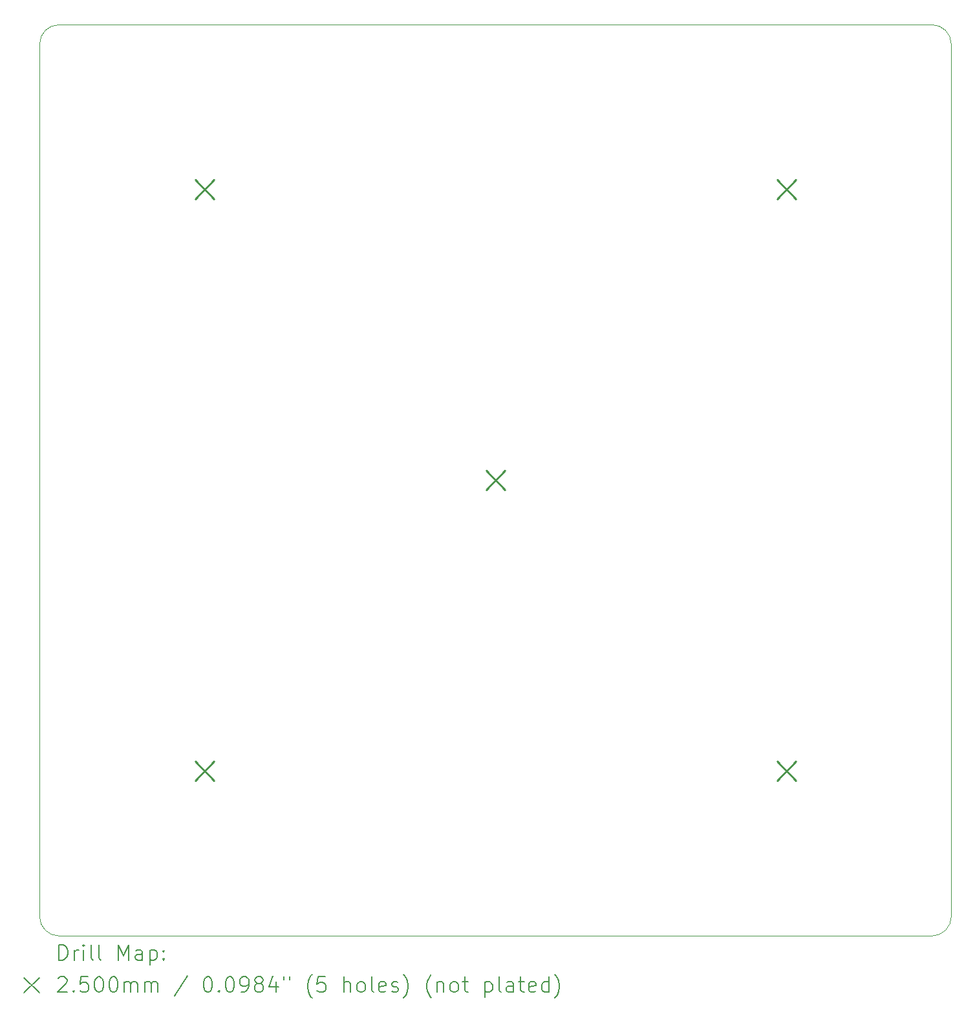
<source format=gbr>
%FSLAX45Y45*%
G04 Gerber Fmt 4.5, Leading zero omitted, Abs format (unit mm)*
G04 Created by KiCad (PCBNEW (6.0.5-0)) date 2022-06-21 10:58:09*
%MOMM*%
%LPD*%
G01*
G04 APERTURE LIST*
%TA.AperFunction,Profile*%
%ADD10C,0.100000*%
%TD*%
%ADD11C,0.200000*%
%ADD12C,0.250000*%
G04 APERTURE END LIST*
D10*
X-5969000Y-5715000D02*
X-5969000Y5715000D01*
X-5715000Y5969000D02*
X5715000Y5969000D01*
X5715000Y-5969000D02*
X-5715000Y-5969000D01*
X-5715000Y5969000D02*
G75*
G03*
X-5969000Y5715000I0J-254000D01*
G01*
X5715000Y-5969000D02*
G75*
G03*
X5969000Y-5715000I0J254000D01*
G01*
X5969000Y5715000D02*
G75*
G03*
X5715000Y5969000I-254000J0D01*
G01*
X5969000Y5715000D02*
X5969000Y-5715000D01*
X-5969000Y-5715000D02*
G75*
G03*
X-5715000Y-5969000I254000J0D01*
G01*
D11*
D12*
X-3935000Y3935000D02*
X-3685000Y3685000D01*
X-3685000Y3935000D02*
X-3935000Y3685000D01*
X-3935000Y-3685000D02*
X-3685000Y-3935000D01*
X-3685000Y-3685000D02*
X-3935000Y-3935000D01*
X-125000Y125000D02*
X125000Y-125000D01*
X125000Y125000D02*
X-125000Y-125000D01*
X3685000Y3935000D02*
X3935000Y3685000D01*
X3935000Y3935000D02*
X3685000Y3685000D01*
X3685000Y-3685000D02*
X3935000Y-3935000D01*
X3935000Y-3685000D02*
X3685000Y-3935000D01*
D11*
X-5716381Y-6284476D02*
X-5716381Y-6084476D01*
X-5668762Y-6084476D01*
X-5640190Y-6094000D01*
X-5621143Y-6113048D01*
X-5611619Y-6132095D01*
X-5602095Y-6170190D01*
X-5602095Y-6198762D01*
X-5611619Y-6236857D01*
X-5621143Y-6255905D01*
X-5640190Y-6274952D01*
X-5668762Y-6284476D01*
X-5716381Y-6284476D01*
X-5516381Y-6284476D02*
X-5516381Y-6151143D01*
X-5516381Y-6189238D02*
X-5506857Y-6170190D01*
X-5497333Y-6160667D01*
X-5478286Y-6151143D01*
X-5459238Y-6151143D01*
X-5392572Y-6284476D02*
X-5392572Y-6151143D01*
X-5392572Y-6084476D02*
X-5402095Y-6094000D01*
X-5392572Y-6103524D01*
X-5383048Y-6094000D01*
X-5392572Y-6084476D01*
X-5392572Y-6103524D01*
X-5268762Y-6284476D02*
X-5287810Y-6274952D01*
X-5297333Y-6255905D01*
X-5297333Y-6084476D01*
X-5164000Y-6284476D02*
X-5183048Y-6274952D01*
X-5192572Y-6255905D01*
X-5192572Y-6084476D01*
X-4935429Y-6284476D02*
X-4935429Y-6084476D01*
X-4868762Y-6227333D01*
X-4802095Y-6084476D01*
X-4802095Y-6284476D01*
X-4621143Y-6284476D02*
X-4621143Y-6179714D01*
X-4630667Y-6160667D01*
X-4649714Y-6151143D01*
X-4687810Y-6151143D01*
X-4706857Y-6160667D01*
X-4621143Y-6274952D02*
X-4640191Y-6284476D01*
X-4687810Y-6284476D01*
X-4706857Y-6274952D01*
X-4716381Y-6255905D01*
X-4716381Y-6236857D01*
X-4706857Y-6217809D01*
X-4687810Y-6208286D01*
X-4640191Y-6208286D01*
X-4621143Y-6198762D01*
X-4525905Y-6151143D02*
X-4525905Y-6351143D01*
X-4525905Y-6160667D02*
X-4506857Y-6151143D01*
X-4468762Y-6151143D01*
X-4449714Y-6160667D01*
X-4440191Y-6170190D01*
X-4430667Y-6189238D01*
X-4430667Y-6246381D01*
X-4440191Y-6265428D01*
X-4449714Y-6274952D01*
X-4468762Y-6284476D01*
X-4506857Y-6284476D01*
X-4525905Y-6274952D01*
X-4344952Y-6265428D02*
X-4335429Y-6274952D01*
X-4344952Y-6284476D01*
X-4354476Y-6274952D01*
X-4344952Y-6265428D01*
X-4344952Y-6284476D01*
X-4344952Y-6160667D02*
X-4335429Y-6170190D01*
X-4344952Y-6179714D01*
X-4354476Y-6170190D01*
X-4344952Y-6160667D01*
X-4344952Y-6179714D01*
X-6174000Y-6514000D02*
X-5974000Y-6714000D01*
X-5974000Y-6514000D02*
X-6174000Y-6714000D01*
X-5725905Y-6523524D02*
X-5716381Y-6514000D01*
X-5697333Y-6504476D01*
X-5649714Y-6504476D01*
X-5630667Y-6514000D01*
X-5621143Y-6523524D01*
X-5611619Y-6542571D01*
X-5611619Y-6561619D01*
X-5621143Y-6590190D01*
X-5735429Y-6704476D01*
X-5611619Y-6704476D01*
X-5525905Y-6685428D02*
X-5516381Y-6694952D01*
X-5525905Y-6704476D01*
X-5535429Y-6694952D01*
X-5525905Y-6685428D01*
X-5525905Y-6704476D01*
X-5335429Y-6504476D02*
X-5430667Y-6504476D01*
X-5440191Y-6599714D01*
X-5430667Y-6590190D01*
X-5411619Y-6580667D01*
X-5364000Y-6580667D01*
X-5344952Y-6590190D01*
X-5335429Y-6599714D01*
X-5325905Y-6618762D01*
X-5325905Y-6666381D01*
X-5335429Y-6685428D01*
X-5344952Y-6694952D01*
X-5364000Y-6704476D01*
X-5411619Y-6704476D01*
X-5430667Y-6694952D01*
X-5440191Y-6685428D01*
X-5202095Y-6504476D02*
X-5183048Y-6504476D01*
X-5164000Y-6514000D01*
X-5154476Y-6523524D01*
X-5144952Y-6542571D01*
X-5135429Y-6580667D01*
X-5135429Y-6628286D01*
X-5144952Y-6666381D01*
X-5154476Y-6685428D01*
X-5164000Y-6694952D01*
X-5183048Y-6704476D01*
X-5202095Y-6704476D01*
X-5221143Y-6694952D01*
X-5230667Y-6685428D01*
X-5240191Y-6666381D01*
X-5249714Y-6628286D01*
X-5249714Y-6580667D01*
X-5240191Y-6542571D01*
X-5230667Y-6523524D01*
X-5221143Y-6514000D01*
X-5202095Y-6504476D01*
X-5011619Y-6504476D02*
X-4992572Y-6504476D01*
X-4973524Y-6514000D01*
X-4964000Y-6523524D01*
X-4954476Y-6542571D01*
X-4944952Y-6580667D01*
X-4944952Y-6628286D01*
X-4954476Y-6666381D01*
X-4964000Y-6685428D01*
X-4973524Y-6694952D01*
X-4992572Y-6704476D01*
X-5011619Y-6704476D01*
X-5030667Y-6694952D01*
X-5040191Y-6685428D01*
X-5049714Y-6666381D01*
X-5059238Y-6628286D01*
X-5059238Y-6580667D01*
X-5049714Y-6542571D01*
X-5040191Y-6523524D01*
X-5030667Y-6514000D01*
X-5011619Y-6504476D01*
X-4859238Y-6704476D02*
X-4859238Y-6571143D01*
X-4859238Y-6590190D02*
X-4849714Y-6580667D01*
X-4830667Y-6571143D01*
X-4802095Y-6571143D01*
X-4783048Y-6580667D01*
X-4773524Y-6599714D01*
X-4773524Y-6704476D01*
X-4773524Y-6599714D02*
X-4764000Y-6580667D01*
X-4744952Y-6571143D01*
X-4716381Y-6571143D01*
X-4697333Y-6580667D01*
X-4687810Y-6599714D01*
X-4687810Y-6704476D01*
X-4592572Y-6704476D02*
X-4592572Y-6571143D01*
X-4592572Y-6590190D02*
X-4583048Y-6580667D01*
X-4564000Y-6571143D01*
X-4535429Y-6571143D01*
X-4516381Y-6580667D01*
X-4506857Y-6599714D01*
X-4506857Y-6704476D01*
X-4506857Y-6599714D02*
X-4497333Y-6580667D01*
X-4478286Y-6571143D01*
X-4449714Y-6571143D01*
X-4430667Y-6580667D01*
X-4421143Y-6599714D01*
X-4421143Y-6704476D01*
X-4030667Y-6494952D02*
X-4202095Y-6752095D01*
X-3773524Y-6504476D02*
X-3754476Y-6504476D01*
X-3735429Y-6514000D01*
X-3725905Y-6523524D01*
X-3716381Y-6542571D01*
X-3706857Y-6580667D01*
X-3706857Y-6628286D01*
X-3716381Y-6666381D01*
X-3725905Y-6685428D01*
X-3735429Y-6694952D01*
X-3754476Y-6704476D01*
X-3773524Y-6704476D01*
X-3792571Y-6694952D01*
X-3802095Y-6685428D01*
X-3811619Y-6666381D01*
X-3821143Y-6628286D01*
X-3821143Y-6580667D01*
X-3811619Y-6542571D01*
X-3802095Y-6523524D01*
X-3792571Y-6514000D01*
X-3773524Y-6504476D01*
X-3621143Y-6685428D02*
X-3611619Y-6694952D01*
X-3621143Y-6704476D01*
X-3630667Y-6694952D01*
X-3621143Y-6685428D01*
X-3621143Y-6704476D01*
X-3487810Y-6504476D02*
X-3468762Y-6504476D01*
X-3449714Y-6514000D01*
X-3440190Y-6523524D01*
X-3430667Y-6542571D01*
X-3421143Y-6580667D01*
X-3421143Y-6628286D01*
X-3430667Y-6666381D01*
X-3440190Y-6685428D01*
X-3449714Y-6694952D01*
X-3468762Y-6704476D01*
X-3487810Y-6704476D01*
X-3506857Y-6694952D01*
X-3516381Y-6685428D01*
X-3525905Y-6666381D01*
X-3535429Y-6628286D01*
X-3535429Y-6580667D01*
X-3525905Y-6542571D01*
X-3516381Y-6523524D01*
X-3506857Y-6514000D01*
X-3487810Y-6504476D01*
X-3325905Y-6704476D02*
X-3287810Y-6704476D01*
X-3268762Y-6694952D01*
X-3259238Y-6685428D01*
X-3240190Y-6656857D01*
X-3230667Y-6618762D01*
X-3230667Y-6542571D01*
X-3240190Y-6523524D01*
X-3249714Y-6514000D01*
X-3268762Y-6504476D01*
X-3306857Y-6504476D01*
X-3325905Y-6514000D01*
X-3335429Y-6523524D01*
X-3344952Y-6542571D01*
X-3344952Y-6590190D01*
X-3335429Y-6609238D01*
X-3325905Y-6618762D01*
X-3306857Y-6628286D01*
X-3268762Y-6628286D01*
X-3249714Y-6618762D01*
X-3240190Y-6609238D01*
X-3230667Y-6590190D01*
X-3116381Y-6590190D02*
X-3135429Y-6580667D01*
X-3144952Y-6571143D01*
X-3154476Y-6552095D01*
X-3154476Y-6542571D01*
X-3144952Y-6523524D01*
X-3135429Y-6514000D01*
X-3116381Y-6504476D01*
X-3078286Y-6504476D01*
X-3059238Y-6514000D01*
X-3049714Y-6523524D01*
X-3040190Y-6542571D01*
X-3040190Y-6552095D01*
X-3049714Y-6571143D01*
X-3059238Y-6580667D01*
X-3078286Y-6590190D01*
X-3116381Y-6590190D01*
X-3135429Y-6599714D01*
X-3144952Y-6609238D01*
X-3154476Y-6628286D01*
X-3154476Y-6666381D01*
X-3144952Y-6685428D01*
X-3135429Y-6694952D01*
X-3116381Y-6704476D01*
X-3078286Y-6704476D01*
X-3059238Y-6694952D01*
X-3049714Y-6685428D01*
X-3040190Y-6666381D01*
X-3040190Y-6628286D01*
X-3049714Y-6609238D01*
X-3059238Y-6599714D01*
X-3078286Y-6590190D01*
X-2868762Y-6571143D02*
X-2868762Y-6704476D01*
X-2916381Y-6494952D02*
X-2964000Y-6637809D01*
X-2840190Y-6637809D01*
X-2773524Y-6504476D02*
X-2773524Y-6542571D01*
X-2697333Y-6504476D02*
X-2697333Y-6542571D01*
X-2402095Y-6780667D02*
X-2411619Y-6771143D01*
X-2430667Y-6742571D01*
X-2440191Y-6723524D01*
X-2449714Y-6694952D01*
X-2459238Y-6647333D01*
X-2459238Y-6609238D01*
X-2449714Y-6561619D01*
X-2440191Y-6533048D01*
X-2430667Y-6514000D01*
X-2411619Y-6485428D01*
X-2402095Y-6475905D01*
X-2230667Y-6504476D02*
X-2325905Y-6504476D01*
X-2335429Y-6599714D01*
X-2325905Y-6590190D01*
X-2306857Y-6580667D01*
X-2259238Y-6580667D01*
X-2240191Y-6590190D01*
X-2230667Y-6599714D01*
X-2221143Y-6618762D01*
X-2221143Y-6666381D01*
X-2230667Y-6685428D01*
X-2240191Y-6694952D01*
X-2259238Y-6704476D01*
X-2306857Y-6704476D01*
X-2325905Y-6694952D01*
X-2335429Y-6685428D01*
X-1983048Y-6704476D02*
X-1983048Y-6504476D01*
X-1897333Y-6704476D02*
X-1897333Y-6599714D01*
X-1906857Y-6580667D01*
X-1925905Y-6571143D01*
X-1954476Y-6571143D01*
X-1973524Y-6580667D01*
X-1983048Y-6590190D01*
X-1773524Y-6704476D02*
X-1792571Y-6694952D01*
X-1802095Y-6685428D01*
X-1811619Y-6666381D01*
X-1811619Y-6609238D01*
X-1802095Y-6590190D01*
X-1792571Y-6580667D01*
X-1773524Y-6571143D01*
X-1744952Y-6571143D01*
X-1725905Y-6580667D01*
X-1716381Y-6590190D01*
X-1706857Y-6609238D01*
X-1706857Y-6666381D01*
X-1716381Y-6685428D01*
X-1725905Y-6694952D01*
X-1744952Y-6704476D01*
X-1773524Y-6704476D01*
X-1592571Y-6704476D02*
X-1611619Y-6694952D01*
X-1621143Y-6675905D01*
X-1621143Y-6504476D01*
X-1440190Y-6694952D02*
X-1459238Y-6704476D01*
X-1497333Y-6704476D01*
X-1516381Y-6694952D01*
X-1525905Y-6675905D01*
X-1525905Y-6599714D01*
X-1516381Y-6580667D01*
X-1497333Y-6571143D01*
X-1459238Y-6571143D01*
X-1440190Y-6580667D01*
X-1430667Y-6599714D01*
X-1430667Y-6618762D01*
X-1525905Y-6637809D01*
X-1354476Y-6694952D02*
X-1335429Y-6704476D01*
X-1297333Y-6704476D01*
X-1278286Y-6694952D01*
X-1268762Y-6675905D01*
X-1268762Y-6666381D01*
X-1278286Y-6647333D01*
X-1297333Y-6637809D01*
X-1325905Y-6637809D01*
X-1344952Y-6628286D01*
X-1354476Y-6609238D01*
X-1354476Y-6599714D01*
X-1344952Y-6580667D01*
X-1325905Y-6571143D01*
X-1297333Y-6571143D01*
X-1278286Y-6580667D01*
X-1202095Y-6780667D02*
X-1192572Y-6771143D01*
X-1173524Y-6742571D01*
X-1164000Y-6723524D01*
X-1154476Y-6694952D01*
X-1144952Y-6647333D01*
X-1144952Y-6609238D01*
X-1154476Y-6561619D01*
X-1164000Y-6533048D01*
X-1173524Y-6514000D01*
X-1192572Y-6485428D01*
X-1202095Y-6475905D01*
X-840190Y-6780667D02*
X-849714Y-6771143D01*
X-868762Y-6742571D01*
X-878286Y-6723524D01*
X-887810Y-6694952D01*
X-897333Y-6647333D01*
X-897333Y-6609238D01*
X-887810Y-6561619D01*
X-878286Y-6533048D01*
X-868762Y-6514000D01*
X-849714Y-6485428D01*
X-840190Y-6475905D01*
X-764000Y-6571143D02*
X-764000Y-6704476D01*
X-764000Y-6590190D02*
X-754476Y-6580667D01*
X-735429Y-6571143D01*
X-706857Y-6571143D01*
X-687810Y-6580667D01*
X-678286Y-6599714D01*
X-678286Y-6704476D01*
X-554476Y-6704476D02*
X-573524Y-6694952D01*
X-583048Y-6685428D01*
X-592572Y-6666381D01*
X-592572Y-6609238D01*
X-583048Y-6590190D01*
X-573524Y-6580667D01*
X-554476Y-6571143D01*
X-525905Y-6571143D01*
X-506857Y-6580667D01*
X-497333Y-6590190D01*
X-487810Y-6609238D01*
X-487810Y-6666381D01*
X-497333Y-6685428D01*
X-506857Y-6694952D01*
X-525905Y-6704476D01*
X-554476Y-6704476D01*
X-430667Y-6571143D02*
X-354476Y-6571143D01*
X-402095Y-6504476D02*
X-402095Y-6675905D01*
X-392571Y-6694952D01*
X-373524Y-6704476D01*
X-354476Y-6704476D01*
X-135429Y-6571143D02*
X-135429Y-6771143D01*
X-135429Y-6580667D02*
X-116381Y-6571143D01*
X-78286Y-6571143D01*
X-59238Y-6580667D01*
X-49714Y-6590190D01*
X-40191Y-6609238D01*
X-40191Y-6666381D01*
X-49714Y-6685428D01*
X-59238Y-6694952D01*
X-78286Y-6704476D01*
X-116381Y-6704476D01*
X-135429Y-6694952D01*
X74095Y-6704476D02*
X55048Y-6694952D01*
X45524Y-6675905D01*
X45524Y-6504476D01*
X236000Y-6704476D02*
X236000Y-6599714D01*
X226476Y-6580667D01*
X207428Y-6571143D01*
X169333Y-6571143D01*
X150286Y-6580667D01*
X236000Y-6694952D02*
X216952Y-6704476D01*
X169333Y-6704476D01*
X150286Y-6694952D01*
X140762Y-6675905D01*
X140762Y-6656857D01*
X150286Y-6637809D01*
X169333Y-6628286D01*
X216952Y-6628286D01*
X236000Y-6618762D01*
X302667Y-6571143D02*
X378857Y-6571143D01*
X331238Y-6504476D02*
X331238Y-6675905D01*
X340762Y-6694952D01*
X359809Y-6704476D01*
X378857Y-6704476D01*
X521714Y-6694952D02*
X502667Y-6704476D01*
X464571Y-6704476D01*
X445524Y-6694952D01*
X436000Y-6675905D01*
X436000Y-6599714D01*
X445524Y-6580667D01*
X464571Y-6571143D01*
X502667Y-6571143D01*
X521714Y-6580667D01*
X531238Y-6599714D01*
X531238Y-6618762D01*
X436000Y-6637809D01*
X702667Y-6704476D02*
X702667Y-6504476D01*
X702667Y-6694952D02*
X683619Y-6704476D01*
X645524Y-6704476D01*
X626476Y-6694952D01*
X616952Y-6685428D01*
X607429Y-6666381D01*
X607429Y-6609238D01*
X616952Y-6590190D01*
X626476Y-6580667D01*
X645524Y-6571143D01*
X683619Y-6571143D01*
X702667Y-6580667D01*
X778857Y-6780667D02*
X788381Y-6771143D01*
X807428Y-6742571D01*
X816952Y-6723524D01*
X826476Y-6694952D01*
X836000Y-6647333D01*
X836000Y-6609238D01*
X826476Y-6561619D01*
X816952Y-6533048D01*
X807428Y-6514000D01*
X788381Y-6485428D01*
X778857Y-6475905D01*
M02*

</source>
